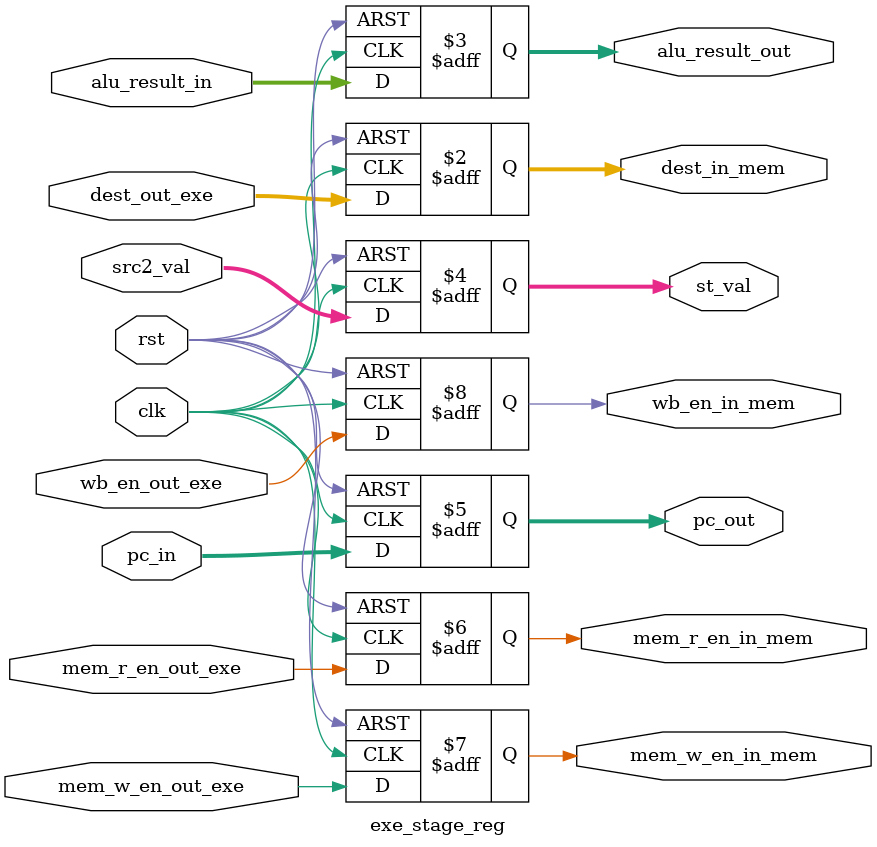
<source format=v>
`timescale 1ns/1ns
module exe_stage_reg(
                    input clk,
                    input rst,
                    input [4:0]dest_out_exe,
                    input [31:0]alu_result_in,
                    input [31:0]src2_val,
					input [31:0]pc_in,
                    input mem_r_en_out_exe,
                    input mem_w_en_out_exe,
                    input wb_en_out_exe,
                    
                    output reg [4:0]dest_in_mem,
                    output reg [31:0]alu_result_out,
                    output reg [31:0]st_val,
					output reg [31:0]pc_out,
                    output reg mem_r_en_in_mem,
                    output reg mem_w_en_in_mem,
                    output reg wb_en_in_mem
                    );
always@(posedge clk, posedge rst)begin
	if(rst)begin
        dest_in_mem<=5'b00000;
        alu_result_out<=32'd0;
        st_val<=32'd0;
        mem_r_en_in_mem<=1'b0;
        mem_w_en_in_mem<=1'b0;
        wb_en_in_mem<=1'b0;
		pc_out<=32'd0;
	end
	else begin
		pc_out<=pc_in;
		dest_in_mem<=dest_out_exe;
        alu_result_out<=alu_result_in;
        st_val<=src2_val;
        mem_r_en_in_mem<=mem_r_en_out_exe;
        mem_w_en_in_mem<=mem_w_en_out_exe;
        wb_en_in_mem<=wb_en_out_exe;
	end
end                    
                                        
endmodule                 

</source>
